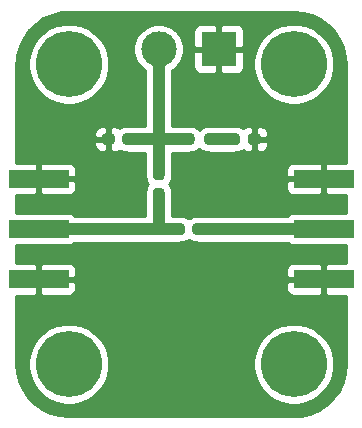
<source format=gbr>
%TF.GenerationSoftware,KiCad,Pcbnew,5.1.10*%
%TF.CreationDate,2021-09-21T21:49:25+02:00*%
%TF.ProjectId,bias-t,62696173-2d74-42e6-9b69-6361645f7063,rev?*%
%TF.SameCoordinates,Original*%
%TF.FileFunction,Copper,L1,Top*%
%TF.FilePolarity,Positive*%
%FSLAX46Y46*%
G04 Gerber Fmt 4.6, Leading zero omitted, Abs format (unit mm)*
G04 Created by KiCad (PCBNEW 5.1.10) date 2021-09-21 21:49:25*
%MOMM*%
%LPD*%
G01*
G04 APERTURE LIST*
%TA.AperFunction,ComponentPad*%
%ADD10C,5.600000*%
%TD*%
%TA.AperFunction,SMDPad,CuDef*%
%ADD11R,5.080000X1.500000*%
%TD*%
%TA.AperFunction,ComponentPad*%
%ADD12C,3.000000*%
%TD*%
%TA.AperFunction,ComponentPad*%
%ADD13R,3.000000X3.000000*%
%TD*%
%TA.AperFunction,ViaPad*%
%ADD14C,0.800000*%
%TD*%
%TA.AperFunction,Conductor*%
%ADD15C,1.000000*%
%TD*%
%TA.AperFunction,Conductor*%
%ADD16C,0.254000*%
%TD*%
%TA.AperFunction,Conductor*%
%ADD17C,0.100000*%
%TD*%
G04 APERTURE END LIST*
D10*
%TO.P,REF\u002A\u002A,1*%
%TO.N,N/C*%
X128270000Y-100330000D03*
%TD*%
%TO.P,REF\u002A\u002A,1*%
%TO.N,N/C*%
X147320000Y-100330000D03*
%TD*%
%TO.P,REF\u002A\u002A,1*%
%TO.N,N/C*%
X128270000Y-74930000D03*
%TD*%
%TO.P,REF\u002A\u002A,1*%
%TO.N,N/C*%
X147320000Y-74930000D03*
%TD*%
%TO.P,R1,2*%
%TO.N,Net-(D1-Pad2)*%
%TA.AperFunction,SMDPad,CuDef*%
G36*
G01*
X139767500Y-81517500D02*
X139767500Y-81042500D01*
G75*
G02*
X140005000Y-80805000I237500J0D01*
G01*
X140505000Y-80805000D01*
G75*
G02*
X140742500Y-81042500I0J-237500D01*
G01*
X140742500Y-81517500D01*
G75*
G02*
X140505000Y-81755000I-237500J0D01*
G01*
X140005000Y-81755000D01*
G75*
G02*
X139767500Y-81517500I0J237500D01*
G01*
G37*
%TD.AperFunction*%
%TO.P,R1,1*%
%TO.N,Net-(C1-Pad2)*%
%TA.AperFunction,SMDPad,CuDef*%
G36*
G01*
X137942500Y-81517500D02*
X137942500Y-81042500D01*
G75*
G02*
X138180000Y-80805000I237500J0D01*
G01*
X138680000Y-80805000D01*
G75*
G02*
X138917500Y-81042500I0J-237500D01*
G01*
X138917500Y-81517500D01*
G75*
G02*
X138680000Y-81755000I-237500J0D01*
G01*
X138180000Y-81755000D01*
G75*
G02*
X137942500Y-81517500I0J237500D01*
G01*
G37*
%TD.AperFunction*%
%TD*%
%TO.P,L1,2*%
%TO.N,Net-(C2-Pad2)*%
%TA.AperFunction,SMDPad,CuDef*%
G36*
G01*
X135652500Y-85440000D02*
X136127500Y-85440000D01*
G75*
G02*
X136365000Y-85677500I0J-237500D01*
G01*
X136365000Y-86252500D01*
G75*
G02*
X136127500Y-86490000I-237500J0D01*
G01*
X135652500Y-86490000D01*
G75*
G02*
X135415000Y-86252500I0J237500D01*
G01*
X135415000Y-85677500D01*
G75*
G02*
X135652500Y-85440000I237500J0D01*
G01*
G37*
%TD.AperFunction*%
%TO.P,L1,1*%
%TO.N,Net-(C1-Pad2)*%
%TA.AperFunction,SMDPad,CuDef*%
G36*
G01*
X135652500Y-83690000D02*
X136127500Y-83690000D01*
G75*
G02*
X136365000Y-83927500I0J-237500D01*
G01*
X136365000Y-84502500D01*
G75*
G02*
X136127500Y-84740000I-237500J0D01*
G01*
X135652500Y-84740000D01*
G75*
G02*
X135415000Y-84502500I0J237500D01*
G01*
X135415000Y-83927500D01*
G75*
G02*
X135652500Y-83690000I237500J0D01*
G01*
G37*
%TD.AperFunction*%
%TD*%
D11*
%TO.P,J3,1*%
%TO.N,Net-(C2-Pad1)*%
X149860000Y-88900000D03*
%TO.P,J3,2*%
%TO.N,GND*%
X149860000Y-84650000D03*
X149860000Y-93150000D03*
%TD*%
D12*
%TO.P,J2,2*%
%TO.N,Net-(C1-Pad2)*%
X135890000Y-73660000D03*
D13*
%TO.P,J2,1*%
%TO.N,GND*%
X140970000Y-73660000D03*
%TD*%
D11*
%TO.P,J1,1*%
%TO.N,Net-(C2-Pad2)*%
X125730000Y-88900000D03*
%TO.P,J1,2*%
%TO.N,GND*%
X125730000Y-93150000D03*
X125730000Y-84650000D03*
%TD*%
%TO.P,D1,2*%
%TO.N,Net-(D1-Pad2)*%
%TA.AperFunction,SMDPad,CuDef*%
G36*
G01*
X142765000Y-81042500D02*
X142765000Y-81517500D01*
G75*
G02*
X142527500Y-81755000I-237500J0D01*
G01*
X141952500Y-81755000D01*
G75*
G02*
X141715000Y-81517500I0J237500D01*
G01*
X141715000Y-81042500D01*
G75*
G02*
X141952500Y-80805000I237500J0D01*
G01*
X142527500Y-80805000D01*
G75*
G02*
X142765000Y-81042500I0J-237500D01*
G01*
G37*
%TD.AperFunction*%
%TO.P,D1,1*%
%TO.N,GND*%
%TA.AperFunction,SMDPad,CuDef*%
G36*
G01*
X144515000Y-81042500D02*
X144515000Y-81517500D01*
G75*
G02*
X144277500Y-81755000I-237500J0D01*
G01*
X143702500Y-81755000D01*
G75*
G02*
X143465000Y-81517500I0J237500D01*
G01*
X143465000Y-81042500D01*
G75*
G02*
X143702500Y-80805000I237500J0D01*
G01*
X144277500Y-80805000D01*
G75*
G02*
X144515000Y-81042500I0J-237500D01*
G01*
G37*
%TD.AperFunction*%
%TD*%
%TO.P,C2,2*%
%TO.N,Net-(C2-Pad2)*%
%TA.AperFunction,SMDPad,CuDef*%
G36*
G01*
X138105000Y-88662500D02*
X138105000Y-89137500D01*
G75*
G02*
X137867500Y-89375000I-237500J0D01*
G01*
X137267500Y-89375000D01*
G75*
G02*
X137030000Y-89137500I0J237500D01*
G01*
X137030000Y-88662500D01*
G75*
G02*
X137267500Y-88425000I237500J0D01*
G01*
X137867500Y-88425000D01*
G75*
G02*
X138105000Y-88662500I0J-237500D01*
G01*
G37*
%TD.AperFunction*%
%TO.P,C2,1*%
%TO.N,Net-(C2-Pad1)*%
%TA.AperFunction,SMDPad,CuDef*%
G36*
G01*
X139830000Y-88662500D02*
X139830000Y-89137500D01*
G75*
G02*
X139592500Y-89375000I-237500J0D01*
G01*
X138992500Y-89375000D01*
G75*
G02*
X138755000Y-89137500I0J237500D01*
G01*
X138755000Y-88662500D01*
G75*
G02*
X138992500Y-88425000I237500J0D01*
G01*
X139592500Y-88425000D01*
G75*
G02*
X139830000Y-88662500I0J-237500D01*
G01*
G37*
%TD.AperFunction*%
%TD*%
%TO.P,C1,2*%
%TO.N,Net-(C1-Pad2)*%
%TA.AperFunction,SMDPad,CuDef*%
G36*
G01*
X132812500Y-81517500D02*
X132812500Y-81042500D01*
G75*
G02*
X133050000Y-80805000I237500J0D01*
G01*
X133650000Y-80805000D01*
G75*
G02*
X133887500Y-81042500I0J-237500D01*
G01*
X133887500Y-81517500D01*
G75*
G02*
X133650000Y-81755000I-237500J0D01*
G01*
X133050000Y-81755000D01*
G75*
G02*
X132812500Y-81517500I0J237500D01*
G01*
G37*
%TD.AperFunction*%
%TO.P,C1,1*%
%TO.N,GND*%
%TA.AperFunction,SMDPad,CuDef*%
G36*
G01*
X131087500Y-81517500D02*
X131087500Y-81042500D01*
G75*
G02*
X131325000Y-80805000I237500J0D01*
G01*
X131925000Y-80805000D01*
G75*
G02*
X132162500Y-81042500I0J-237500D01*
G01*
X132162500Y-81517500D01*
G75*
G02*
X131925000Y-81755000I-237500J0D01*
G01*
X131325000Y-81755000D01*
G75*
G02*
X131087500Y-81517500I0J237500D01*
G01*
G37*
%TD.AperFunction*%
%TD*%
D14*
%TO.N,GND*%
X129540000Y-92710000D03*
X129540000Y-93980000D03*
X125730000Y-95250000D03*
X125730000Y-82550000D03*
X129540000Y-85090000D03*
X129540000Y-83820000D03*
X146050000Y-85090000D03*
X146050000Y-83820000D03*
X149860000Y-82550000D03*
X149860000Y-95250000D03*
X146050000Y-93980000D03*
X146050000Y-92710000D03*
X146050000Y-81280000D03*
X129540000Y-81280000D03*
%TD*%
D15*
%TO.N,Net-(C1-Pad2)*%
X133350000Y-81280000D02*
X135890000Y-81280000D01*
X135890000Y-81280000D02*
X135890000Y-73660000D01*
X135890000Y-84215000D02*
X135890000Y-81280000D01*
X135890000Y-81280000D02*
X138430000Y-81280000D01*
%TO.N,Net-(C2-Pad2)*%
X135890000Y-88900000D02*
X135890000Y-85965000D01*
X125730000Y-88900000D02*
X135890000Y-88900000D01*
X135890000Y-88900000D02*
X137567500Y-88900000D01*
%TO.N,Net-(C2-Pad1)*%
X139292500Y-88900000D02*
X149860000Y-88900000D01*
%TO.N,Net-(D1-Pad2)*%
X140255000Y-81280000D02*
X142240000Y-81280000D01*
%TD*%
D16*
%TO.N,GND*%
X138506058Y-89865512D02*
X138657433Y-89946423D01*
X138821684Y-89996248D01*
X138992500Y-90013072D01*
X139051854Y-90013072D01*
X139070001Y-90018577D01*
X139236748Y-90035000D01*
X146814499Y-90035000D01*
X146868815Y-90101185D01*
X146965506Y-90180537D01*
X147075820Y-90239502D01*
X147195518Y-90275812D01*
X147320000Y-90288072D01*
X151740000Y-90288072D01*
X151740000Y-91762827D01*
X150145750Y-91765000D01*
X149987000Y-91923750D01*
X149987000Y-93023000D01*
X150007000Y-93023000D01*
X150007000Y-93277000D01*
X149987000Y-93277000D01*
X149987000Y-94376250D01*
X150145750Y-94535000D01*
X151740000Y-94537173D01*
X151740000Y-100300608D01*
X151667563Y-101112249D01*
X151460328Y-101869774D01*
X151122221Y-102578627D01*
X150663928Y-103216410D01*
X150099945Y-103762946D01*
X149448085Y-104200978D01*
X148728963Y-104516651D01*
X147960232Y-104701206D01*
X147295792Y-104750000D01*
X128299392Y-104750000D01*
X127487751Y-104677563D01*
X126730226Y-104470328D01*
X126021373Y-104132221D01*
X125383590Y-103673928D01*
X124837054Y-103109945D01*
X124399022Y-102458085D01*
X124083349Y-101738963D01*
X123898794Y-100970232D01*
X123850000Y-100305792D01*
X123850000Y-99991682D01*
X124835000Y-99991682D01*
X124835000Y-100668318D01*
X124967006Y-101331952D01*
X125225943Y-101957082D01*
X125601862Y-102519685D01*
X126080315Y-102998138D01*
X126642918Y-103374057D01*
X127268048Y-103632994D01*
X127931682Y-103765000D01*
X128608318Y-103765000D01*
X129271952Y-103632994D01*
X129897082Y-103374057D01*
X130459685Y-102998138D01*
X130938138Y-102519685D01*
X131314057Y-101957082D01*
X131572994Y-101331952D01*
X131705000Y-100668318D01*
X131705000Y-99991682D01*
X143885000Y-99991682D01*
X143885000Y-100668318D01*
X144017006Y-101331952D01*
X144275943Y-101957082D01*
X144651862Y-102519685D01*
X145130315Y-102998138D01*
X145692918Y-103374057D01*
X146318048Y-103632994D01*
X146981682Y-103765000D01*
X147658318Y-103765000D01*
X148321952Y-103632994D01*
X148947082Y-103374057D01*
X149509685Y-102998138D01*
X149988138Y-102519685D01*
X150364057Y-101957082D01*
X150622994Y-101331952D01*
X150755000Y-100668318D01*
X150755000Y-99991682D01*
X150622994Y-99328048D01*
X150364057Y-98702918D01*
X149988138Y-98140315D01*
X149509685Y-97661862D01*
X148947082Y-97285943D01*
X148321952Y-97027006D01*
X147658318Y-96895000D01*
X146981682Y-96895000D01*
X146318048Y-97027006D01*
X145692918Y-97285943D01*
X145130315Y-97661862D01*
X144651862Y-98140315D01*
X144275943Y-98702918D01*
X144017006Y-99328048D01*
X143885000Y-99991682D01*
X131705000Y-99991682D01*
X131572994Y-99328048D01*
X131314057Y-98702918D01*
X130938138Y-98140315D01*
X130459685Y-97661862D01*
X129897082Y-97285943D01*
X129271952Y-97027006D01*
X128608318Y-96895000D01*
X127931682Y-96895000D01*
X127268048Y-97027006D01*
X126642918Y-97285943D01*
X126080315Y-97661862D01*
X125601862Y-98140315D01*
X125225943Y-98702918D01*
X124967006Y-99328048D01*
X124835000Y-99991682D01*
X123850000Y-99991682D01*
X123850000Y-94537173D01*
X125444250Y-94535000D01*
X125603000Y-94376250D01*
X125603000Y-93277000D01*
X125857000Y-93277000D01*
X125857000Y-94376250D01*
X126015750Y-94535000D01*
X128270000Y-94538072D01*
X128394482Y-94525812D01*
X128514180Y-94489502D01*
X128624494Y-94430537D01*
X128721185Y-94351185D01*
X128800537Y-94254494D01*
X128859502Y-94144180D01*
X128895812Y-94024482D01*
X128908072Y-93900000D01*
X146681928Y-93900000D01*
X146694188Y-94024482D01*
X146730498Y-94144180D01*
X146789463Y-94254494D01*
X146868815Y-94351185D01*
X146965506Y-94430537D01*
X147075820Y-94489502D01*
X147195518Y-94525812D01*
X147320000Y-94538072D01*
X149574250Y-94535000D01*
X149733000Y-94376250D01*
X149733000Y-93277000D01*
X146843750Y-93277000D01*
X146685000Y-93435750D01*
X146681928Y-93900000D01*
X128908072Y-93900000D01*
X128905000Y-93435750D01*
X128746250Y-93277000D01*
X125857000Y-93277000D01*
X125603000Y-93277000D01*
X125583000Y-93277000D01*
X125583000Y-93023000D01*
X125603000Y-93023000D01*
X125603000Y-91923750D01*
X125857000Y-91923750D01*
X125857000Y-93023000D01*
X128746250Y-93023000D01*
X128905000Y-92864250D01*
X128908072Y-92400000D01*
X146681928Y-92400000D01*
X146685000Y-92864250D01*
X146843750Y-93023000D01*
X149733000Y-93023000D01*
X149733000Y-91923750D01*
X149574250Y-91765000D01*
X147320000Y-91761928D01*
X147195518Y-91774188D01*
X147075820Y-91810498D01*
X146965506Y-91869463D01*
X146868815Y-91948815D01*
X146789463Y-92045506D01*
X146730498Y-92155820D01*
X146694188Y-92275518D01*
X146681928Y-92400000D01*
X128908072Y-92400000D01*
X128895812Y-92275518D01*
X128859502Y-92155820D01*
X128800537Y-92045506D01*
X128721185Y-91948815D01*
X128624494Y-91869463D01*
X128514180Y-91810498D01*
X128394482Y-91774188D01*
X128270000Y-91761928D01*
X126015750Y-91765000D01*
X125857000Y-91923750D01*
X125603000Y-91923750D01*
X125444250Y-91765000D01*
X123850000Y-91762827D01*
X123850000Y-90288072D01*
X128270000Y-90288072D01*
X128394482Y-90275812D01*
X128514180Y-90239502D01*
X128624494Y-90180537D01*
X128721185Y-90101185D01*
X128775501Y-90035000D01*
X135834248Y-90035000D01*
X135890000Y-90040491D01*
X135945751Y-90035000D01*
X137623252Y-90035000D01*
X137789999Y-90018577D01*
X137808146Y-90013072D01*
X137867500Y-90013072D01*
X138038316Y-89996248D01*
X138202567Y-89946423D01*
X138353942Y-89865512D01*
X138430000Y-89803093D01*
X138506058Y-89865512D01*
%TA.AperFunction,Conductor*%
D17*
G36*
X138506058Y-89865512D02*
G01*
X138657433Y-89946423D01*
X138821684Y-89996248D01*
X138992500Y-90013072D01*
X139051854Y-90013072D01*
X139070001Y-90018577D01*
X139236748Y-90035000D01*
X146814499Y-90035000D01*
X146868815Y-90101185D01*
X146965506Y-90180537D01*
X147075820Y-90239502D01*
X147195518Y-90275812D01*
X147320000Y-90288072D01*
X151740000Y-90288072D01*
X151740000Y-91762827D01*
X150145750Y-91765000D01*
X149987000Y-91923750D01*
X149987000Y-93023000D01*
X150007000Y-93023000D01*
X150007000Y-93277000D01*
X149987000Y-93277000D01*
X149987000Y-94376250D01*
X150145750Y-94535000D01*
X151740000Y-94537173D01*
X151740000Y-100300608D01*
X151667563Y-101112249D01*
X151460328Y-101869774D01*
X151122221Y-102578627D01*
X150663928Y-103216410D01*
X150099945Y-103762946D01*
X149448085Y-104200978D01*
X148728963Y-104516651D01*
X147960232Y-104701206D01*
X147295792Y-104750000D01*
X128299392Y-104750000D01*
X127487751Y-104677563D01*
X126730226Y-104470328D01*
X126021373Y-104132221D01*
X125383590Y-103673928D01*
X124837054Y-103109945D01*
X124399022Y-102458085D01*
X124083349Y-101738963D01*
X123898794Y-100970232D01*
X123850000Y-100305792D01*
X123850000Y-99991682D01*
X124835000Y-99991682D01*
X124835000Y-100668318D01*
X124967006Y-101331952D01*
X125225943Y-101957082D01*
X125601862Y-102519685D01*
X126080315Y-102998138D01*
X126642918Y-103374057D01*
X127268048Y-103632994D01*
X127931682Y-103765000D01*
X128608318Y-103765000D01*
X129271952Y-103632994D01*
X129897082Y-103374057D01*
X130459685Y-102998138D01*
X130938138Y-102519685D01*
X131314057Y-101957082D01*
X131572994Y-101331952D01*
X131705000Y-100668318D01*
X131705000Y-99991682D01*
X143885000Y-99991682D01*
X143885000Y-100668318D01*
X144017006Y-101331952D01*
X144275943Y-101957082D01*
X144651862Y-102519685D01*
X145130315Y-102998138D01*
X145692918Y-103374057D01*
X146318048Y-103632994D01*
X146981682Y-103765000D01*
X147658318Y-103765000D01*
X148321952Y-103632994D01*
X148947082Y-103374057D01*
X149509685Y-102998138D01*
X149988138Y-102519685D01*
X150364057Y-101957082D01*
X150622994Y-101331952D01*
X150755000Y-100668318D01*
X150755000Y-99991682D01*
X150622994Y-99328048D01*
X150364057Y-98702918D01*
X149988138Y-98140315D01*
X149509685Y-97661862D01*
X148947082Y-97285943D01*
X148321952Y-97027006D01*
X147658318Y-96895000D01*
X146981682Y-96895000D01*
X146318048Y-97027006D01*
X145692918Y-97285943D01*
X145130315Y-97661862D01*
X144651862Y-98140315D01*
X144275943Y-98702918D01*
X144017006Y-99328048D01*
X143885000Y-99991682D01*
X131705000Y-99991682D01*
X131572994Y-99328048D01*
X131314057Y-98702918D01*
X130938138Y-98140315D01*
X130459685Y-97661862D01*
X129897082Y-97285943D01*
X129271952Y-97027006D01*
X128608318Y-96895000D01*
X127931682Y-96895000D01*
X127268048Y-97027006D01*
X126642918Y-97285943D01*
X126080315Y-97661862D01*
X125601862Y-98140315D01*
X125225943Y-98702918D01*
X124967006Y-99328048D01*
X124835000Y-99991682D01*
X123850000Y-99991682D01*
X123850000Y-94537173D01*
X125444250Y-94535000D01*
X125603000Y-94376250D01*
X125603000Y-93277000D01*
X125857000Y-93277000D01*
X125857000Y-94376250D01*
X126015750Y-94535000D01*
X128270000Y-94538072D01*
X128394482Y-94525812D01*
X128514180Y-94489502D01*
X128624494Y-94430537D01*
X128721185Y-94351185D01*
X128800537Y-94254494D01*
X128859502Y-94144180D01*
X128895812Y-94024482D01*
X128908072Y-93900000D01*
X146681928Y-93900000D01*
X146694188Y-94024482D01*
X146730498Y-94144180D01*
X146789463Y-94254494D01*
X146868815Y-94351185D01*
X146965506Y-94430537D01*
X147075820Y-94489502D01*
X147195518Y-94525812D01*
X147320000Y-94538072D01*
X149574250Y-94535000D01*
X149733000Y-94376250D01*
X149733000Y-93277000D01*
X146843750Y-93277000D01*
X146685000Y-93435750D01*
X146681928Y-93900000D01*
X128908072Y-93900000D01*
X128905000Y-93435750D01*
X128746250Y-93277000D01*
X125857000Y-93277000D01*
X125603000Y-93277000D01*
X125583000Y-93277000D01*
X125583000Y-93023000D01*
X125603000Y-93023000D01*
X125603000Y-91923750D01*
X125857000Y-91923750D01*
X125857000Y-93023000D01*
X128746250Y-93023000D01*
X128905000Y-92864250D01*
X128908072Y-92400000D01*
X146681928Y-92400000D01*
X146685000Y-92864250D01*
X146843750Y-93023000D01*
X149733000Y-93023000D01*
X149733000Y-91923750D01*
X149574250Y-91765000D01*
X147320000Y-91761928D01*
X147195518Y-91774188D01*
X147075820Y-91810498D01*
X146965506Y-91869463D01*
X146868815Y-91948815D01*
X146789463Y-92045506D01*
X146730498Y-92155820D01*
X146694188Y-92275518D01*
X146681928Y-92400000D01*
X128908072Y-92400000D01*
X128895812Y-92275518D01*
X128859502Y-92155820D01*
X128800537Y-92045506D01*
X128721185Y-91948815D01*
X128624494Y-91869463D01*
X128514180Y-91810498D01*
X128394482Y-91774188D01*
X128270000Y-91761928D01*
X126015750Y-91765000D01*
X125857000Y-91923750D01*
X125603000Y-91923750D01*
X125444250Y-91765000D01*
X123850000Y-91762827D01*
X123850000Y-90288072D01*
X128270000Y-90288072D01*
X128394482Y-90275812D01*
X128514180Y-90239502D01*
X128624494Y-90180537D01*
X128721185Y-90101185D01*
X128775501Y-90035000D01*
X135834248Y-90035000D01*
X135890000Y-90040491D01*
X135945751Y-90035000D01*
X137623252Y-90035000D01*
X137789999Y-90018577D01*
X137808146Y-90013072D01*
X137867500Y-90013072D01*
X138038316Y-89996248D01*
X138202567Y-89946423D01*
X138353942Y-89865512D01*
X138430000Y-89803093D01*
X138506058Y-89865512D01*
G37*
%TD.AperFunction*%
D16*
X148102249Y-70582437D02*
X148859774Y-70789672D01*
X149568625Y-71127777D01*
X150206404Y-71586067D01*
X150752946Y-72150055D01*
X151190977Y-72801913D01*
X151506651Y-73521038D01*
X151691206Y-74289768D01*
X151740001Y-74954221D01*
X151740001Y-83262827D01*
X150145750Y-83265000D01*
X149987000Y-83423750D01*
X149987000Y-84523000D01*
X150007000Y-84523000D01*
X150007000Y-84777000D01*
X149987000Y-84777000D01*
X149987000Y-85876250D01*
X150145750Y-86035000D01*
X151740001Y-86037173D01*
X151740001Y-87511928D01*
X147320000Y-87511928D01*
X147195518Y-87524188D01*
X147075820Y-87560498D01*
X146965506Y-87619463D01*
X146868815Y-87698815D01*
X146814499Y-87765000D01*
X139236748Y-87765000D01*
X139070001Y-87781423D01*
X139051854Y-87786928D01*
X138992500Y-87786928D01*
X138821684Y-87803752D01*
X138657433Y-87853577D01*
X138506058Y-87934488D01*
X138430000Y-87996907D01*
X138353942Y-87934488D01*
X138202567Y-87853577D01*
X138038316Y-87803752D01*
X137867500Y-87786928D01*
X137808146Y-87786928D01*
X137789999Y-87781423D01*
X137623252Y-87765000D01*
X137025000Y-87765000D01*
X137025000Y-85909248D01*
X137008577Y-85742501D01*
X137003072Y-85724354D01*
X137003072Y-85677500D01*
X136986248Y-85506684D01*
X136953886Y-85400000D01*
X146681928Y-85400000D01*
X146694188Y-85524482D01*
X146730498Y-85644180D01*
X146789463Y-85754494D01*
X146868815Y-85851185D01*
X146965506Y-85930537D01*
X147075820Y-85989502D01*
X147195518Y-86025812D01*
X147320000Y-86038072D01*
X149574250Y-86035000D01*
X149733000Y-85876250D01*
X149733000Y-84777000D01*
X146843750Y-84777000D01*
X146685000Y-84935750D01*
X146681928Y-85400000D01*
X136953886Y-85400000D01*
X136936423Y-85342433D01*
X136855512Y-85191058D01*
X136772575Y-85090000D01*
X136855512Y-84988942D01*
X136936423Y-84837567D01*
X136986248Y-84673316D01*
X137003072Y-84502500D01*
X137003072Y-84455646D01*
X137008577Y-84437499D01*
X137025000Y-84270752D01*
X137025000Y-83900000D01*
X146681928Y-83900000D01*
X146685000Y-84364250D01*
X146843750Y-84523000D01*
X149733000Y-84523000D01*
X149733000Y-83423750D01*
X149574250Y-83265000D01*
X147320000Y-83261928D01*
X147195518Y-83274188D01*
X147075820Y-83310498D01*
X146965506Y-83369463D01*
X146868815Y-83448815D01*
X146789463Y-83545506D01*
X146730498Y-83655820D01*
X146694188Y-83775518D01*
X146681928Y-83900000D01*
X137025000Y-83900000D01*
X137025000Y-82415000D01*
X138485752Y-82415000D01*
X138652499Y-82398577D01*
X138670646Y-82393072D01*
X138680000Y-82393072D01*
X138850816Y-82376248D01*
X139015067Y-82326423D01*
X139166442Y-82245512D01*
X139299123Y-82136623D01*
X139342500Y-82083768D01*
X139385877Y-82136623D01*
X139518558Y-82245512D01*
X139669933Y-82326423D01*
X139834184Y-82376248D01*
X140005000Y-82393072D01*
X140014354Y-82393072D01*
X140032501Y-82398577D01*
X140199248Y-82415000D01*
X142295752Y-82415000D01*
X142462499Y-82398577D01*
X142480646Y-82393072D01*
X142527500Y-82393072D01*
X142698316Y-82376248D01*
X142862567Y-82326423D01*
X143013942Y-82245512D01*
X143037839Y-82225901D01*
X143110506Y-82285537D01*
X143220820Y-82344502D01*
X143340518Y-82380812D01*
X143465000Y-82393072D01*
X143704250Y-82390000D01*
X143863000Y-82231250D01*
X143863000Y-81407000D01*
X144117000Y-81407000D01*
X144117000Y-82231250D01*
X144275750Y-82390000D01*
X144515000Y-82393072D01*
X144639482Y-82380812D01*
X144759180Y-82344502D01*
X144869494Y-82285537D01*
X144966185Y-82206185D01*
X145045537Y-82109494D01*
X145104502Y-81999180D01*
X145140812Y-81879482D01*
X145153072Y-81755000D01*
X145150000Y-81565750D01*
X144991250Y-81407000D01*
X144117000Y-81407000D01*
X143863000Y-81407000D01*
X143843000Y-81407000D01*
X143843000Y-81153000D01*
X143863000Y-81153000D01*
X143863000Y-80328750D01*
X144117000Y-80328750D01*
X144117000Y-81153000D01*
X144991250Y-81153000D01*
X145150000Y-80994250D01*
X145153072Y-80805000D01*
X145140812Y-80680518D01*
X145104502Y-80560820D01*
X145045537Y-80450506D01*
X144966185Y-80353815D01*
X144869494Y-80274463D01*
X144759180Y-80215498D01*
X144639482Y-80179188D01*
X144515000Y-80166928D01*
X144275750Y-80170000D01*
X144117000Y-80328750D01*
X143863000Y-80328750D01*
X143704250Y-80170000D01*
X143465000Y-80166928D01*
X143340518Y-80179188D01*
X143220820Y-80215498D01*
X143110506Y-80274463D01*
X143037839Y-80334099D01*
X143013942Y-80314488D01*
X142862567Y-80233577D01*
X142698316Y-80183752D01*
X142527500Y-80166928D01*
X142480646Y-80166928D01*
X142462499Y-80161423D01*
X142295752Y-80145000D01*
X140199248Y-80145000D01*
X140032501Y-80161423D01*
X140014354Y-80166928D01*
X140005000Y-80166928D01*
X139834184Y-80183752D01*
X139669933Y-80233577D01*
X139518558Y-80314488D01*
X139385877Y-80423377D01*
X139342500Y-80476232D01*
X139299123Y-80423377D01*
X139166442Y-80314488D01*
X139015067Y-80233577D01*
X138850816Y-80183752D01*
X138680000Y-80166928D01*
X138670646Y-80166928D01*
X138652499Y-80161423D01*
X138485752Y-80145000D01*
X137025000Y-80145000D01*
X137025000Y-75469360D01*
X137250983Y-75318363D01*
X137409346Y-75160000D01*
X138831928Y-75160000D01*
X138844188Y-75284482D01*
X138880498Y-75404180D01*
X138939463Y-75514494D01*
X139018815Y-75611185D01*
X139115506Y-75690537D01*
X139225820Y-75749502D01*
X139345518Y-75785812D01*
X139470000Y-75798072D01*
X140684250Y-75795000D01*
X140843000Y-75636250D01*
X140843000Y-73787000D01*
X141097000Y-73787000D01*
X141097000Y-75636250D01*
X141255750Y-75795000D01*
X142470000Y-75798072D01*
X142594482Y-75785812D01*
X142714180Y-75749502D01*
X142824494Y-75690537D01*
X142921185Y-75611185D01*
X143000537Y-75514494D01*
X143059502Y-75404180D01*
X143095812Y-75284482D01*
X143108072Y-75160000D01*
X143106635Y-74591682D01*
X143885000Y-74591682D01*
X143885000Y-75268318D01*
X144017006Y-75931952D01*
X144275943Y-76557082D01*
X144651862Y-77119685D01*
X145130315Y-77598138D01*
X145692918Y-77974057D01*
X146318048Y-78232994D01*
X146981682Y-78365000D01*
X147658318Y-78365000D01*
X148321952Y-78232994D01*
X148947082Y-77974057D01*
X149509685Y-77598138D01*
X149988138Y-77119685D01*
X150364057Y-76557082D01*
X150622994Y-75931952D01*
X150755000Y-75268318D01*
X150755000Y-74591682D01*
X150622994Y-73928048D01*
X150364057Y-73302918D01*
X149988138Y-72740315D01*
X149509685Y-72261862D01*
X148947082Y-71885943D01*
X148321952Y-71627006D01*
X147658318Y-71495000D01*
X146981682Y-71495000D01*
X146318048Y-71627006D01*
X145692918Y-71885943D01*
X145130315Y-72261862D01*
X144651862Y-72740315D01*
X144275943Y-73302918D01*
X144017006Y-73928048D01*
X143885000Y-74591682D01*
X143106635Y-74591682D01*
X143105000Y-73945750D01*
X142946250Y-73787000D01*
X141097000Y-73787000D01*
X140843000Y-73787000D01*
X138993750Y-73787000D01*
X138835000Y-73945750D01*
X138831928Y-75160000D01*
X137409346Y-75160000D01*
X137548363Y-75020983D01*
X137782012Y-74671302D01*
X137942953Y-74282756D01*
X138025000Y-73870279D01*
X138025000Y-73449721D01*
X137942953Y-73037244D01*
X137782012Y-72648698D01*
X137548363Y-72299017D01*
X137409346Y-72160000D01*
X138831928Y-72160000D01*
X138835000Y-73374250D01*
X138993750Y-73533000D01*
X140843000Y-73533000D01*
X140843000Y-71683750D01*
X141097000Y-71683750D01*
X141097000Y-73533000D01*
X142946250Y-73533000D01*
X143105000Y-73374250D01*
X143108072Y-72160000D01*
X143095812Y-72035518D01*
X143059502Y-71915820D01*
X143000537Y-71805506D01*
X142921185Y-71708815D01*
X142824494Y-71629463D01*
X142714180Y-71570498D01*
X142594482Y-71534188D01*
X142470000Y-71521928D01*
X141255750Y-71525000D01*
X141097000Y-71683750D01*
X140843000Y-71683750D01*
X140684250Y-71525000D01*
X139470000Y-71521928D01*
X139345518Y-71534188D01*
X139225820Y-71570498D01*
X139115506Y-71629463D01*
X139018815Y-71708815D01*
X138939463Y-71805506D01*
X138880498Y-71915820D01*
X138844188Y-72035518D01*
X138831928Y-72160000D01*
X137409346Y-72160000D01*
X137250983Y-72001637D01*
X136901302Y-71767988D01*
X136512756Y-71607047D01*
X136100279Y-71525000D01*
X135679721Y-71525000D01*
X135267244Y-71607047D01*
X134878698Y-71767988D01*
X134529017Y-72001637D01*
X134231637Y-72299017D01*
X133997988Y-72648698D01*
X133837047Y-73037244D01*
X133755000Y-73449721D01*
X133755000Y-73870279D01*
X133837047Y-74282756D01*
X133997988Y-74671302D01*
X134231637Y-75020983D01*
X134529017Y-75318363D01*
X134755001Y-75469360D01*
X134755000Y-80145000D01*
X133294248Y-80145000D01*
X133127501Y-80161423D01*
X133109354Y-80166928D01*
X133050000Y-80166928D01*
X132879184Y-80183752D01*
X132714933Y-80233577D01*
X132564894Y-80313774D01*
X132516994Y-80274463D01*
X132406680Y-80215498D01*
X132286982Y-80179188D01*
X132162500Y-80166928D01*
X131910750Y-80170000D01*
X131752000Y-80328750D01*
X131752000Y-81153000D01*
X131772000Y-81153000D01*
X131772000Y-81407000D01*
X131752000Y-81407000D01*
X131752000Y-82231250D01*
X131910750Y-82390000D01*
X132162500Y-82393072D01*
X132286982Y-82380812D01*
X132406680Y-82344502D01*
X132516994Y-82285537D01*
X132564894Y-82246226D01*
X132714933Y-82326423D01*
X132879184Y-82376248D01*
X133050000Y-82393072D01*
X133109354Y-82393072D01*
X133127501Y-82398577D01*
X133294248Y-82415000D01*
X134755001Y-82415000D01*
X134755000Y-84270751D01*
X134771423Y-84437498D01*
X134776928Y-84455645D01*
X134776928Y-84502500D01*
X134793752Y-84673316D01*
X134843577Y-84837567D01*
X134924488Y-84988942D01*
X135007425Y-85090000D01*
X134924488Y-85191058D01*
X134843577Y-85342433D01*
X134793752Y-85506684D01*
X134776928Y-85677500D01*
X134776928Y-85724357D01*
X134771424Y-85742501D01*
X134755001Y-85909248D01*
X134755000Y-87765000D01*
X128775501Y-87765000D01*
X128721185Y-87698815D01*
X128624494Y-87619463D01*
X128514180Y-87560498D01*
X128394482Y-87524188D01*
X128270000Y-87511928D01*
X123850000Y-87511928D01*
X123850000Y-86037173D01*
X125444250Y-86035000D01*
X125603000Y-85876250D01*
X125603000Y-84777000D01*
X125857000Y-84777000D01*
X125857000Y-85876250D01*
X126015750Y-86035000D01*
X128270000Y-86038072D01*
X128394482Y-86025812D01*
X128514180Y-85989502D01*
X128624494Y-85930537D01*
X128721185Y-85851185D01*
X128800537Y-85754494D01*
X128859502Y-85644180D01*
X128895812Y-85524482D01*
X128908072Y-85400000D01*
X128905000Y-84935750D01*
X128746250Y-84777000D01*
X125857000Y-84777000D01*
X125603000Y-84777000D01*
X125583000Y-84777000D01*
X125583000Y-84523000D01*
X125603000Y-84523000D01*
X125603000Y-83423750D01*
X125857000Y-83423750D01*
X125857000Y-84523000D01*
X128746250Y-84523000D01*
X128905000Y-84364250D01*
X128908072Y-83900000D01*
X128895812Y-83775518D01*
X128859502Y-83655820D01*
X128800537Y-83545506D01*
X128721185Y-83448815D01*
X128624494Y-83369463D01*
X128514180Y-83310498D01*
X128394482Y-83274188D01*
X128270000Y-83261928D01*
X126015750Y-83265000D01*
X125857000Y-83423750D01*
X125603000Y-83423750D01*
X125444250Y-83265000D01*
X123850000Y-83262827D01*
X123850000Y-81755000D01*
X130449428Y-81755000D01*
X130461688Y-81879482D01*
X130497998Y-81999180D01*
X130556963Y-82109494D01*
X130636315Y-82206185D01*
X130733006Y-82285537D01*
X130843320Y-82344502D01*
X130963018Y-82380812D01*
X131087500Y-82393072D01*
X131339250Y-82390000D01*
X131498000Y-82231250D01*
X131498000Y-81407000D01*
X130611250Y-81407000D01*
X130452500Y-81565750D01*
X130449428Y-81755000D01*
X123850000Y-81755000D01*
X123850000Y-80805000D01*
X130449428Y-80805000D01*
X130452500Y-80994250D01*
X130611250Y-81153000D01*
X131498000Y-81153000D01*
X131498000Y-80328750D01*
X131339250Y-80170000D01*
X131087500Y-80166928D01*
X130963018Y-80179188D01*
X130843320Y-80215498D01*
X130733006Y-80274463D01*
X130636315Y-80353815D01*
X130556963Y-80450506D01*
X130497998Y-80560820D01*
X130461688Y-80680518D01*
X130449428Y-80805000D01*
X123850000Y-80805000D01*
X123850000Y-74959392D01*
X123882817Y-74591682D01*
X124835000Y-74591682D01*
X124835000Y-75268318D01*
X124967006Y-75931952D01*
X125225943Y-76557082D01*
X125601862Y-77119685D01*
X126080315Y-77598138D01*
X126642918Y-77974057D01*
X127268048Y-78232994D01*
X127931682Y-78365000D01*
X128608318Y-78365000D01*
X129271952Y-78232994D01*
X129897082Y-77974057D01*
X130459685Y-77598138D01*
X130938138Y-77119685D01*
X131314057Y-76557082D01*
X131572994Y-75931952D01*
X131705000Y-75268318D01*
X131705000Y-74591682D01*
X131572994Y-73928048D01*
X131314057Y-73302918D01*
X130938138Y-72740315D01*
X130459685Y-72261862D01*
X129897082Y-71885943D01*
X129271952Y-71627006D01*
X128608318Y-71495000D01*
X127931682Y-71495000D01*
X127268048Y-71627006D01*
X126642918Y-71885943D01*
X126080315Y-72261862D01*
X125601862Y-72740315D01*
X125225943Y-73302918D01*
X124967006Y-73928048D01*
X124835000Y-74591682D01*
X123882817Y-74591682D01*
X123922437Y-74147751D01*
X124129672Y-73390226D01*
X124467777Y-72681375D01*
X124926067Y-72043596D01*
X125490055Y-71497054D01*
X126141913Y-71059023D01*
X126861038Y-70743349D01*
X127629768Y-70558794D01*
X128294207Y-70510000D01*
X147290608Y-70510000D01*
X148102249Y-70582437D01*
%TA.AperFunction,Conductor*%
D17*
G36*
X148102249Y-70582437D02*
G01*
X148859774Y-70789672D01*
X149568625Y-71127777D01*
X150206404Y-71586067D01*
X150752946Y-72150055D01*
X151190977Y-72801913D01*
X151506651Y-73521038D01*
X151691206Y-74289768D01*
X151740001Y-74954221D01*
X151740001Y-83262827D01*
X150145750Y-83265000D01*
X149987000Y-83423750D01*
X149987000Y-84523000D01*
X150007000Y-84523000D01*
X150007000Y-84777000D01*
X149987000Y-84777000D01*
X149987000Y-85876250D01*
X150145750Y-86035000D01*
X151740001Y-86037173D01*
X151740001Y-87511928D01*
X147320000Y-87511928D01*
X147195518Y-87524188D01*
X147075820Y-87560498D01*
X146965506Y-87619463D01*
X146868815Y-87698815D01*
X146814499Y-87765000D01*
X139236748Y-87765000D01*
X139070001Y-87781423D01*
X139051854Y-87786928D01*
X138992500Y-87786928D01*
X138821684Y-87803752D01*
X138657433Y-87853577D01*
X138506058Y-87934488D01*
X138430000Y-87996907D01*
X138353942Y-87934488D01*
X138202567Y-87853577D01*
X138038316Y-87803752D01*
X137867500Y-87786928D01*
X137808146Y-87786928D01*
X137789999Y-87781423D01*
X137623252Y-87765000D01*
X137025000Y-87765000D01*
X137025000Y-85909248D01*
X137008577Y-85742501D01*
X137003072Y-85724354D01*
X137003072Y-85677500D01*
X136986248Y-85506684D01*
X136953886Y-85400000D01*
X146681928Y-85400000D01*
X146694188Y-85524482D01*
X146730498Y-85644180D01*
X146789463Y-85754494D01*
X146868815Y-85851185D01*
X146965506Y-85930537D01*
X147075820Y-85989502D01*
X147195518Y-86025812D01*
X147320000Y-86038072D01*
X149574250Y-86035000D01*
X149733000Y-85876250D01*
X149733000Y-84777000D01*
X146843750Y-84777000D01*
X146685000Y-84935750D01*
X146681928Y-85400000D01*
X136953886Y-85400000D01*
X136936423Y-85342433D01*
X136855512Y-85191058D01*
X136772575Y-85090000D01*
X136855512Y-84988942D01*
X136936423Y-84837567D01*
X136986248Y-84673316D01*
X137003072Y-84502500D01*
X137003072Y-84455646D01*
X137008577Y-84437499D01*
X137025000Y-84270752D01*
X137025000Y-83900000D01*
X146681928Y-83900000D01*
X146685000Y-84364250D01*
X146843750Y-84523000D01*
X149733000Y-84523000D01*
X149733000Y-83423750D01*
X149574250Y-83265000D01*
X147320000Y-83261928D01*
X147195518Y-83274188D01*
X147075820Y-83310498D01*
X146965506Y-83369463D01*
X146868815Y-83448815D01*
X146789463Y-83545506D01*
X146730498Y-83655820D01*
X146694188Y-83775518D01*
X146681928Y-83900000D01*
X137025000Y-83900000D01*
X137025000Y-82415000D01*
X138485752Y-82415000D01*
X138652499Y-82398577D01*
X138670646Y-82393072D01*
X138680000Y-82393072D01*
X138850816Y-82376248D01*
X139015067Y-82326423D01*
X139166442Y-82245512D01*
X139299123Y-82136623D01*
X139342500Y-82083768D01*
X139385877Y-82136623D01*
X139518558Y-82245512D01*
X139669933Y-82326423D01*
X139834184Y-82376248D01*
X140005000Y-82393072D01*
X140014354Y-82393072D01*
X140032501Y-82398577D01*
X140199248Y-82415000D01*
X142295752Y-82415000D01*
X142462499Y-82398577D01*
X142480646Y-82393072D01*
X142527500Y-82393072D01*
X142698316Y-82376248D01*
X142862567Y-82326423D01*
X143013942Y-82245512D01*
X143037839Y-82225901D01*
X143110506Y-82285537D01*
X143220820Y-82344502D01*
X143340518Y-82380812D01*
X143465000Y-82393072D01*
X143704250Y-82390000D01*
X143863000Y-82231250D01*
X143863000Y-81407000D01*
X144117000Y-81407000D01*
X144117000Y-82231250D01*
X144275750Y-82390000D01*
X144515000Y-82393072D01*
X144639482Y-82380812D01*
X144759180Y-82344502D01*
X144869494Y-82285537D01*
X144966185Y-82206185D01*
X145045537Y-82109494D01*
X145104502Y-81999180D01*
X145140812Y-81879482D01*
X145153072Y-81755000D01*
X145150000Y-81565750D01*
X144991250Y-81407000D01*
X144117000Y-81407000D01*
X143863000Y-81407000D01*
X143843000Y-81407000D01*
X143843000Y-81153000D01*
X143863000Y-81153000D01*
X143863000Y-80328750D01*
X144117000Y-80328750D01*
X144117000Y-81153000D01*
X144991250Y-81153000D01*
X145150000Y-80994250D01*
X145153072Y-80805000D01*
X145140812Y-80680518D01*
X145104502Y-80560820D01*
X145045537Y-80450506D01*
X144966185Y-80353815D01*
X144869494Y-80274463D01*
X144759180Y-80215498D01*
X144639482Y-80179188D01*
X144515000Y-80166928D01*
X144275750Y-80170000D01*
X144117000Y-80328750D01*
X143863000Y-80328750D01*
X143704250Y-80170000D01*
X143465000Y-80166928D01*
X143340518Y-80179188D01*
X143220820Y-80215498D01*
X143110506Y-80274463D01*
X143037839Y-80334099D01*
X143013942Y-80314488D01*
X142862567Y-80233577D01*
X142698316Y-80183752D01*
X142527500Y-80166928D01*
X142480646Y-80166928D01*
X142462499Y-80161423D01*
X142295752Y-80145000D01*
X140199248Y-80145000D01*
X140032501Y-80161423D01*
X140014354Y-80166928D01*
X140005000Y-80166928D01*
X139834184Y-80183752D01*
X139669933Y-80233577D01*
X139518558Y-80314488D01*
X139385877Y-80423377D01*
X139342500Y-80476232D01*
X139299123Y-80423377D01*
X139166442Y-80314488D01*
X139015067Y-80233577D01*
X138850816Y-80183752D01*
X138680000Y-80166928D01*
X138670646Y-80166928D01*
X138652499Y-80161423D01*
X138485752Y-80145000D01*
X137025000Y-80145000D01*
X137025000Y-75469360D01*
X137250983Y-75318363D01*
X137409346Y-75160000D01*
X138831928Y-75160000D01*
X138844188Y-75284482D01*
X138880498Y-75404180D01*
X138939463Y-75514494D01*
X139018815Y-75611185D01*
X139115506Y-75690537D01*
X139225820Y-75749502D01*
X139345518Y-75785812D01*
X139470000Y-75798072D01*
X140684250Y-75795000D01*
X140843000Y-75636250D01*
X140843000Y-73787000D01*
X141097000Y-73787000D01*
X141097000Y-75636250D01*
X141255750Y-75795000D01*
X142470000Y-75798072D01*
X142594482Y-75785812D01*
X142714180Y-75749502D01*
X142824494Y-75690537D01*
X142921185Y-75611185D01*
X143000537Y-75514494D01*
X143059502Y-75404180D01*
X143095812Y-75284482D01*
X143108072Y-75160000D01*
X143106635Y-74591682D01*
X143885000Y-74591682D01*
X143885000Y-75268318D01*
X144017006Y-75931952D01*
X144275943Y-76557082D01*
X144651862Y-77119685D01*
X145130315Y-77598138D01*
X145692918Y-77974057D01*
X146318048Y-78232994D01*
X146981682Y-78365000D01*
X147658318Y-78365000D01*
X148321952Y-78232994D01*
X148947082Y-77974057D01*
X149509685Y-77598138D01*
X149988138Y-77119685D01*
X150364057Y-76557082D01*
X150622994Y-75931952D01*
X150755000Y-75268318D01*
X150755000Y-74591682D01*
X150622994Y-73928048D01*
X150364057Y-73302918D01*
X149988138Y-72740315D01*
X149509685Y-72261862D01*
X148947082Y-71885943D01*
X148321952Y-71627006D01*
X147658318Y-71495000D01*
X146981682Y-71495000D01*
X146318048Y-71627006D01*
X145692918Y-71885943D01*
X145130315Y-72261862D01*
X144651862Y-72740315D01*
X144275943Y-73302918D01*
X144017006Y-73928048D01*
X143885000Y-74591682D01*
X143106635Y-74591682D01*
X143105000Y-73945750D01*
X142946250Y-73787000D01*
X141097000Y-73787000D01*
X140843000Y-73787000D01*
X138993750Y-73787000D01*
X138835000Y-73945750D01*
X138831928Y-75160000D01*
X137409346Y-75160000D01*
X137548363Y-75020983D01*
X137782012Y-74671302D01*
X137942953Y-74282756D01*
X138025000Y-73870279D01*
X138025000Y-73449721D01*
X137942953Y-73037244D01*
X137782012Y-72648698D01*
X137548363Y-72299017D01*
X137409346Y-72160000D01*
X138831928Y-72160000D01*
X138835000Y-73374250D01*
X138993750Y-73533000D01*
X140843000Y-73533000D01*
X140843000Y-71683750D01*
X141097000Y-71683750D01*
X141097000Y-73533000D01*
X142946250Y-73533000D01*
X143105000Y-73374250D01*
X143108072Y-72160000D01*
X143095812Y-72035518D01*
X143059502Y-71915820D01*
X143000537Y-71805506D01*
X142921185Y-71708815D01*
X142824494Y-71629463D01*
X142714180Y-71570498D01*
X142594482Y-71534188D01*
X142470000Y-71521928D01*
X141255750Y-71525000D01*
X141097000Y-71683750D01*
X140843000Y-71683750D01*
X140684250Y-71525000D01*
X139470000Y-71521928D01*
X139345518Y-71534188D01*
X139225820Y-71570498D01*
X139115506Y-71629463D01*
X139018815Y-71708815D01*
X138939463Y-71805506D01*
X138880498Y-71915820D01*
X138844188Y-72035518D01*
X138831928Y-72160000D01*
X137409346Y-72160000D01*
X137250983Y-72001637D01*
X136901302Y-71767988D01*
X136512756Y-71607047D01*
X136100279Y-71525000D01*
X135679721Y-71525000D01*
X135267244Y-71607047D01*
X134878698Y-71767988D01*
X134529017Y-72001637D01*
X134231637Y-72299017D01*
X133997988Y-72648698D01*
X133837047Y-73037244D01*
X133755000Y-73449721D01*
X133755000Y-73870279D01*
X133837047Y-74282756D01*
X133997988Y-74671302D01*
X134231637Y-75020983D01*
X134529017Y-75318363D01*
X134755001Y-75469360D01*
X134755000Y-80145000D01*
X133294248Y-80145000D01*
X133127501Y-80161423D01*
X133109354Y-80166928D01*
X133050000Y-80166928D01*
X132879184Y-80183752D01*
X132714933Y-80233577D01*
X132564894Y-80313774D01*
X132516994Y-80274463D01*
X132406680Y-80215498D01*
X132286982Y-80179188D01*
X132162500Y-80166928D01*
X131910750Y-80170000D01*
X131752000Y-80328750D01*
X131752000Y-81153000D01*
X131772000Y-81153000D01*
X131772000Y-81407000D01*
X131752000Y-81407000D01*
X131752000Y-82231250D01*
X131910750Y-82390000D01*
X132162500Y-82393072D01*
X132286982Y-82380812D01*
X132406680Y-82344502D01*
X132516994Y-82285537D01*
X132564894Y-82246226D01*
X132714933Y-82326423D01*
X132879184Y-82376248D01*
X133050000Y-82393072D01*
X133109354Y-82393072D01*
X133127501Y-82398577D01*
X133294248Y-82415000D01*
X134755001Y-82415000D01*
X134755000Y-84270751D01*
X134771423Y-84437498D01*
X134776928Y-84455645D01*
X134776928Y-84502500D01*
X134793752Y-84673316D01*
X134843577Y-84837567D01*
X134924488Y-84988942D01*
X135007425Y-85090000D01*
X134924488Y-85191058D01*
X134843577Y-85342433D01*
X134793752Y-85506684D01*
X134776928Y-85677500D01*
X134776928Y-85724357D01*
X134771424Y-85742501D01*
X134755001Y-85909248D01*
X134755000Y-87765000D01*
X128775501Y-87765000D01*
X128721185Y-87698815D01*
X128624494Y-87619463D01*
X128514180Y-87560498D01*
X128394482Y-87524188D01*
X128270000Y-87511928D01*
X123850000Y-87511928D01*
X123850000Y-86037173D01*
X125444250Y-86035000D01*
X125603000Y-85876250D01*
X125603000Y-84777000D01*
X125857000Y-84777000D01*
X125857000Y-85876250D01*
X126015750Y-86035000D01*
X128270000Y-86038072D01*
X128394482Y-86025812D01*
X128514180Y-85989502D01*
X128624494Y-85930537D01*
X128721185Y-85851185D01*
X128800537Y-85754494D01*
X128859502Y-85644180D01*
X128895812Y-85524482D01*
X128908072Y-85400000D01*
X128905000Y-84935750D01*
X128746250Y-84777000D01*
X125857000Y-84777000D01*
X125603000Y-84777000D01*
X125583000Y-84777000D01*
X125583000Y-84523000D01*
X125603000Y-84523000D01*
X125603000Y-83423750D01*
X125857000Y-83423750D01*
X125857000Y-84523000D01*
X128746250Y-84523000D01*
X128905000Y-84364250D01*
X128908072Y-83900000D01*
X128895812Y-83775518D01*
X128859502Y-83655820D01*
X128800537Y-83545506D01*
X128721185Y-83448815D01*
X128624494Y-83369463D01*
X128514180Y-83310498D01*
X128394482Y-83274188D01*
X128270000Y-83261928D01*
X126015750Y-83265000D01*
X125857000Y-83423750D01*
X125603000Y-83423750D01*
X125444250Y-83265000D01*
X123850000Y-83262827D01*
X123850000Y-81755000D01*
X130449428Y-81755000D01*
X130461688Y-81879482D01*
X130497998Y-81999180D01*
X130556963Y-82109494D01*
X130636315Y-82206185D01*
X130733006Y-82285537D01*
X130843320Y-82344502D01*
X130963018Y-82380812D01*
X131087500Y-82393072D01*
X131339250Y-82390000D01*
X131498000Y-82231250D01*
X131498000Y-81407000D01*
X130611250Y-81407000D01*
X130452500Y-81565750D01*
X130449428Y-81755000D01*
X123850000Y-81755000D01*
X123850000Y-80805000D01*
X130449428Y-80805000D01*
X130452500Y-80994250D01*
X130611250Y-81153000D01*
X131498000Y-81153000D01*
X131498000Y-80328750D01*
X131339250Y-80170000D01*
X131087500Y-80166928D01*
X130963018Y-80179188D01*
X130843320Y-80215498D01*
X130733006Y-80274463D01*
X130636315Y-80353815D01*
X130556963Y-80450506D01*
X130497998Y-80560820D01*
X130461688Y-80680518D01*
X130449428Y-80805000D01*
X123850000Y-80805000D01*
X123850000Y-74959392D01*
X123882817Y-74591682D01*
X124835000Y-74591682D01*
X124835000Y-75268318D01*
X124967006Y-75931952D01*
X125225943Y-76557082D01*
X125601862Y-77119685D01*
X126080315Y-77598138D01*
X126642918Y-77974057D01*
X127268048Y-78232994D01*
X127931682Y-78365000D01*
X128608318Y-78365000D01*
X129271952Y-78232994D01*
X129897082Y-77974057D01*
X130459685Y-77598138D01*
X130938138Y-77119685D01*
X131314057Y-76557082D01*
X131572994Y-75931952D01*
X131705000Y-75268318D01*
X131705000Y-74591682D01*
X131572994Y-73928048D01*
X131314057Y-73302918D01*
X130938138Y-72740315D01*
X130459685Y-72261862D01*
X129897082Y-71885943D01*
X129271952Y-71627006D01*
X128608318Y-71495000D01*
X127931682Y-71495000D01*
X127268048Y-71627006D01*
X126642918Y-71885943D01*
X126080315Y-72261862D01*
X125601862Y-72740315D01*
X125225943Y-73302918D01*
X124967006Y-73928048D01*
X124835000Y-74591682D01*
X123882817Y-74591682D01*
X123922437Y-74147751D01*
X124129672Y-73390226D01*
X124467777Y-72681375D01*
X124926067Y-72043596D01*
X125490055Y-71497054D01*
X126141913Y-71059023D01*
X126861038Y-70743349D01*
X127629768Y-70558794D01*
X128294207Y-70510000D01*
X147290608Y-70510000D01*
X148102249Y-70582437D01*
G37*
%TD.AperFunction*%
%TD*%
M02*

</source>
